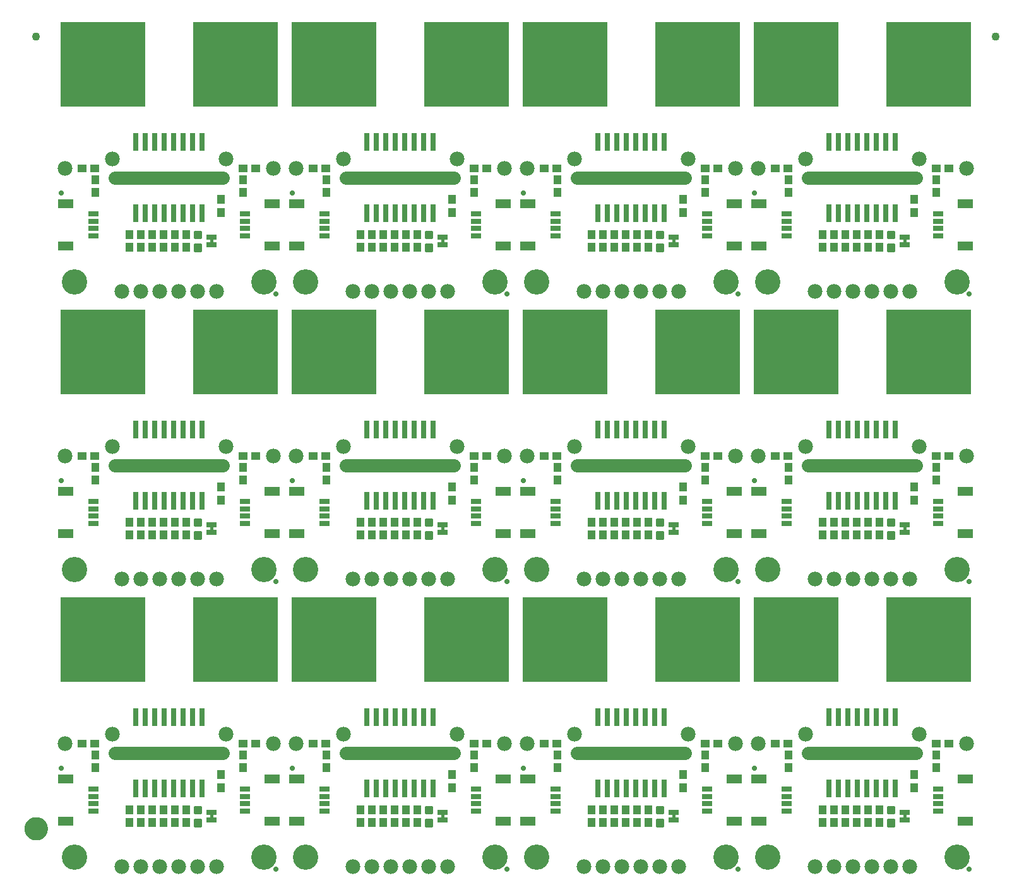
<source format=gts>
G04 EAGLE Gerber RS-274X export*
G75*
%MOMM*%
%FSLAX34Y34*%
%LPD*%
%INSoldermask Top*%
%IPPOS*%
%AMOC8*
5,1,8,0,0,1.08239X$1,22.5*%
G01*
%ADD10C,3.402000*%
%ADD11C,0.735000*%
%ADD12R,2.100000X1.300000*%
%ADD13R,1.450000X0.700000*%
%ADD14R,1.100000X1.200000*%
%ADD15C,0.396000*%
%ADD16R,1.370000X0.760400*%
%ADD17C,1.979600*%
%ADD18R,0.750000X2.350000*%
%ADD19C,10.260000*%
%ADD20C,1.778000*%
%ADD21R,11.430000X11.430000*%
%ADD22R,1.200000X1.100000*%
%ADD23C,1.100000*%
%ADD24C,1.270000*%
%ADD25C,1.600000*%

G36*
X1140525Y849642D02*
X1140525Y849642D01*
X1140591Y849644D01*
X1140634Y849662D01*
X1140681Y849670D01*
X1140738Y849704D01*
X1140798Y849729D01*
X1140833Y849760D01*
X1140874Y849785D01*
X1140916Y849836D01*
X1140964Y849880D01*
X1140986Y849922D01*
X1141015Y849959D01*
X1141036Y850021D01*
X1141067Y850080D01*
X1141075Y850134D01*
X1141087Y850171D01*
X1141086Y850211D01*
X1141094Y850265D01*
X1141094Y854075D01*
X1141083Y854140D01*
X1141081Y854206D01*
X1141063Y854249D01*
X1141055Y854296D01*
X1141021Y854353D01*
X1140996Y854413D01*
X1140965Y854448D01*
X1140940Y854489D01*
X1140889Y854531D01*
X1140845Y854579D01*
X1140803Y854601D01*
X1140766Y854630D01*
X1140704Y854651D01*
X1140645Y854682D01*
X1140591Y854690D01*
X1140554Y854702D01*
X1140514Y854701D01*
X1140460Y854709D01*
X1137920Y854709D01*
X1137855Y854698D01*
X1137789Y854696D01*
X1137746Y854678D01*
X1137699Y854670D01*
X1137642Y854636D01*
X1137582Y854611D01*
X1137547Y854580D01*
X1137506Y854555D01*
X1137465Y854504D01*
X1137416Y854460D01*
X1137394Y854418D01*
X1137365Y854381D01*
X1137344Y854319D01*
X1137313Y854260D01*
X1137305Y854206D01*
X1137293Y854169D01*
X1137293Y854165D01*
X1137293Y854164D01*
X1137294Y854129D01*
X1137286Y854075D01*
X1137286Y850265D01*
X1137297Y850200D01*
X1137299Y850134D01*
X1137317Y850091D01*
X1137325Y850044D01*
X1137359Y849987D01*
X1137384Y849927D01*
X1137415Y849892D01*
X1137440Y849851D01*
X1137491Y849810D01*
X1137535Y849761D01*
X1137577Y849739D01*
X1137614Y849710D01*
X1137676Y849689D01*
X1137735Y849658D01*
X1137789Y849650D01*
X1137826Y849638D01*
X1137866Y849639D01*
X1137920Y849631D01*
X1140460Y849631D01*
X1140525Y849642D01*
G37*
G36*
X830645Y849642D02*
X830645Y849642D01*
X830711Y849644D01*
X830754Y849662D01*
X830801Y849670D01*
X830858Y849704D01*
X830918Y849729D01*
X830953Y849760D01*
X830994Y849785D01*
X831036Y849836D01*
X831084Y849880D01*
X831106Y849922D01*
X831135Y849959D01*
X831156Y850021D01*
X831187Y850080D01*
X831195Y850134D01*
X831207Y850171D01*
X831206Y850211D01*
X831214Y850265D01*
X831214Y854075D01*
X831203Y854140D01*
X831201Y854206D01*
X831183Y854249D01*
X831175Y854296D01*
X831141Y854353D01*
X831116Y854413D01*
X831085Y854448D01*
X831060Y854489D01*
X831009Y854531D01*
X830965Y854579D01*
X830923Y854601D01*
X830886Y854630D01*
X830824Y854651D01*
X830765Y854682D01*
X830711Y854690D01*
X830674Y854702D01*
X830634Y854701D01*
X830580Y854709D01*
X828040Y854709D01*
X827975Y854698D01*
X827909Y854696D01*
X827866Y854678D01*
X827819Y854670D01*
X827762Y854636D01*
X827702Y854611D01*
X827667Y854580D01*
X827626Y854555D01*
X827585Y854504D01*
X827536Y854460D01*
X827514Y854418D01*
X827485Y854381D01*
X827464Y854319D01*
X827433Y854260D01*
X827425Y854206D01*
X827413Y854169D01*
X827413Y854165D01*
X827413Y854164D01*
X827414Y854129D01*
X827406Y854075D01*
X827406Y850265D01*
X827417Y850200D01*
X827419Y850134D01*
X827437Y850091D01*
X827445Y850044D01*
X827479Y849987D01*
X827504Y849927D01*
X827535Y849892D01*
X827560Y849851D01*
X827611Y849810D01*
X827655Y849761D01*
X827697Y849739D01*
X827734Y849710D01*
X827796Y849689D01*
X827855Y849658D01*
X827909Y849650D01*
X827946Y849638D01*
X827986Y849639D01*
X828040Y849631D01*
X830580Y849631D01*
X830645Y849642D01*
G37*
G36*
X520765Y849642D02*
X520765Y849642D01*
X520831Y849644D01*
X520874Y849662D01*
X520921Y849670D01*
X520978Y849704D01*
X521038Y849729D01*
X521073Y849760D01*
X521114Y849785D01*
X521156Y849836D01*
X521204Y849880D01*
X521226Y849922D01*
X521255Y849959D01*
X521276Y850021D01*
X521307Y850080D01*
X521315Y850134D01*
X521327Y850171D01*
X521326Y850211D01*
X521334Y850265D01*
X521334Y854075D01*
X521323Y854140D01*
X521321Y854206D01*
X521303Y854249D01*
X521295Y854296D01*
X521261Y854353D01*
X521236Y854413D01*
X521205Y854448D01*
X521180Y854489D01*
X521129Y854531D01*
X521085Y854579D01*
X521043Y854601D01*
X521006Y854630D01*
X520944Y854651D01*
X520885Y854682D01*
X520831Y854690D01*
X520794Y854702D01*
X520754Y854701D01*
X520700Y854709D01*
X518160Y854709D01*
X518095Y854698D01*
X518029Y854696D01*
X517986Y854678D01*
X517939Y854670D01*
X517882Y854636D01*
X517822Y854611D01*
X517787Y854580D01*
X517746Y854555D01*
X517705Y854504D01*
X517656Y854460D01*
X517634Y854418D01*
X517605Y854381D01*
X517584Y854319D01*
X517553Y854260D01*
X517545Y854206D01*
X517533Y854169D01*
X517533Y854165D01*
X517533Y854164D01*
X517534Y854129D01*
X517526Y854075D01*
X517526Y850265D01*
X517537Y850200D01*
X517539Y850134D01*
X517557Y850091D01*
X517565Y850044D01*
X517599Y849987D01*
X517624Y849927D01*
X517655Y849892D01*
X517680Y849851D01*
X517731Y849810D01*
X517775Y849761D01*
X517817Y849739D01*
X517854Y849710D01*
X517916Y849689D01*
X517975Y849658D01*
X518029Y849650D01*
X518066Y849638D01*
X518106Y849639D01*
X518160Y849631D01*
X520700Y849631D01*
X520765Y849642D01*
G37*
G36*
X210885Y849642D02*
X210885Y849642D01*
X210951Y849644D01*
X210994Y849662D01*
X211041Y849670D01*
X211098Y849704D01*
X211158Y849729D01*
X211193Y849760D01*
X211234Y849785D01*
X211276Y849836D01*
X211324Y849880D01*
X211346Y849922D01*
X211375Y849959D01*
X211396Y850021D01*
X211427Y850080D01*
X211435Y850134D01*
X211447Y850171D01*
X211446Y850211D01*
X211454Y850265D01*
X211454Y854075D01*
X211443Y854140D01*
X211441Y854206D01*
X211423Y854249D01*
X211415Y854296D01*
X211381Y854353D01*
X211356Y854413D01*
X211325Y854448D01*
X211300Y854489D01*
X211249Y854531D01*
X211205Y854579D01*
X211163Y854601D01*
X211126Y854630D01*
X211064Y854651D01*
X211005Y854682D01*
X210951Y854690D01*
X210914Y854702D01*
X210874Y854701D01*
X210820Y854709D01*
X208280Y854709D01*
X208215Y854698D01*
X208149Y854696D01*
X208106Y854678D01*
X208059Y854670D01*
X208002Y854636D01*
X207942Y854611D01*
X207907Y854580D01*
X207866Y854555D01*
X207825Y854504D01*
X207776Y854460D01*
X207754Y854418D01*
X207725Y854381D01*
X207704Y854319D01*
X207673Y854260D01*
X207665Y854206D01*
X207653Y854169D01*
X207653Y854165D01*
X207653Y854164D01*
X207654Y854129D01*
X207646Y854075D01*
X207646Y850265D01*
X207657Y850200D01*
X207659Y850134D01*
X207677Y850091D01*
X207685Y850044D01*
X207719Y849987D01*
X207744Y849927D01*
X207775Y849892D01*
X207800Y849851D01*
X207851Y849810D01*
X207895Y849761D01*
X207937Y849739D01*
X207974Y849710D01*
X208036Y849689D01*
X208095Y849658D01*
X208149Y849650D01*
X208186Y849638D01*
X208226Y849639D01*
X208280Y849631D01*
X210820Y849631D01*
X210885Y849642D01*
G37*
G36*
X1140525Y463562D02*
X1140525Y463562D01*
X1140591Y463564D01*
X1140634Y463582D01*
X1140681Y463590D01*
X1140738Y463624D01*
X1140798Y463649D01*
X1140833Y463680D01*
X1140874Y463705D01*
X1140916Y463756D01*
X1140964Y463800D01*
X1140986Y463842D01*
X1141015Y463879D01*
X1141036Y463941D01*
X1141067Y464000D01*
X1141075Y464054D01*
X1141087Y464091D01*
X1141086Y464131D01*
X1141094Y464185D01*
X1141094Y467995D01*
X1141083Y468060D01*
X1141081Y468126D01*
X1141063Y468169D01*
X1141055Y468216D01*
X1141021Y468273D01*
X1140996Y468333D01*
X1140965Y468368D01*
X1140940Y468409D01*
X1140889Y468451D01*
X1140845Y468499D01*
X1140803Y468521D01*
X1140766Y468550D01*
X1140704Y468571D01*
X1140645Y468602D01*
X1140591Y468610D01*
X1140554Y468622D01*
X1140514Y468621D01*
X1140460Y468629D01*
X1137920Y468629D01*
X1137855Y468618D01*
X1137789Y468616D01*
X1137746Y468598D01*
X1137699Y468590D01*
X1137642Y468556D01*
X1137582Y468531D01*
X1137547Y468500D01*
X1137506Y468475D01*
X1137465Y468424D01*
X1137416Y468380D01*
X1137394Y468338D01*
X1137365Y468301D01*
X1137344Y468239D01*
X1137313Y468180D01*
X1137305Y468126D01*
X1137293Y468089D01*
X1137293Y468085D01*
X1137293Y468084D01*
X1137294Y468049D01*
X1137286Y467995D01*
X1137286Y464185D01*
X1137297Y464120D01*
X1137299Y464054D01*
X1137317Y464011D01*
X1137325Y463964D01*
X1137359Y463907D01*
X1137384Y463847D01*
X1137415Y463812D01*
X1137440Y463771D01*
X1137491Y463730D01*
X1137535Y463681D01*
X1137577Y463659D01*
X1137614Y463630D01*
X1137676Y463609D01*
X1137735Y463578D01*
X1137789Y463570D01*
X1137826Y463558D01*
X1137866Y463559D01*
X1137920Y463551D01*
X1140460Y463551D01*
X1140525Y463562D01*
G37*
G36*
X830645Y463562D02*
X830645Y463562D01*
X830711Y463564D01*
X830754Y463582D01*
X830801Y463590D01*
X830858Y463624D01*
X830918Y463649D01*
X830953Y463680D01*
X830994Y463705D01*
X831036Y463756D01*
X831084Y463800D01*
X831106Y463842D01*
X831135Y463879D01*
X831156Y463941D01*
X831187Y464000D01*
X831195Y464054D01*
X831207Y464091D01*
X831206Y464131D01*
X831214Y464185D01*
X831214Y467995D01*
X831203Y468060D01*
X831201Y468126D01*
X831183Y468169D01*
X831175Y468216D01*
X831141Y468273D01*
X831116Y468333D01*
X831085Y468368D01*
X831060Y468409D01*
X831009Y468451D01*
X830965Y468499D01*
X830923Y468521D01*
X830886Y468550D01*
X830824Y468571D01*
X830765Y468602D01*
X830711Y468610D01*
X830674Y468622D01*
X830634Y468621D01*
X830580Y468629D01*
X828040Y468629D01*
X827975Y468618D01*
X827909Y468616D01*
X827866Y468598D01*
X827819Y468590D01*
X827762Y468556D01*
X827702Y468531D01*
X827667Y468500D01*
X827626Y468475D01*
X827585Y468424D01*
X827536Y468380D01*
X827514Y468338D01*
X827485Y468301D01*
X827464Y468239D01*
X827433Y468180D01*
X827425Y468126D01*
X827413Y468089D01*
X827413Y468085D01*
X827413Y468084D01*
X827414Y468049D01*
X827406Y467995D01*
X827406Y464185D01*
X827417Y464120D01*
X827419Y464054D01*
X827437Y464011D01*
X827445Y463964D01*
X827479Y463907D01*
X827504Y463847D01*
X827535Y463812D01*
X827560Y463771D01*
X827611Y463730D01*
X827655Y463681D01*
X827697Y463659D01*
X827734Y463630D01*
X827796Y463609D01*
X827855Y463578D01*
X827909Y463570D01*
X827946Y463558D01*
X827986Y463559D01*
X828040Y463551D01*
X830580Y463551D01*
X830645Y463562D01*
G37*
G36*
X210885Y463562D02*
X210885Y463562D01*
X210951Y463564D01*
X210994Y463582D01*
X211041Y463590D01*
X211098Y463624D01*
X211158Y463649D01*
X211193Y463680D01*
X211234Y463705D01*
X211276Y463756D01*
X211324Y463800D01*
X211346Y463842D01*
X211375Y463879D01*
X211396Y463941D01*
X211427Y464000D01*
X211435Y464054D01*
X211447Y464091D01*
X211446Y464131D01*
X211454Y464185D01*
X211454Y467995D01*
X211443Y468060D01*
X211441Y468126D01*
X211423Y468169D01*
X211415Y468216D01*
X211381Y468273D01*
X211356Y468333D01*
X211325Y468368D01*
X211300Y468409D01*
X211249Y468451D01*
X211205Y468499D01*
X211163Y468521D01*
X211126Y468550D01*
X211064Y468571D01*
X211005Y468602D01*
X210951Y468610D01*
X210914Y468622D01*
X210874Y468621D01*
X210820Y468629D01*
X208280Y468629D01*
X208215Y468618D01*
X208149Y468616D01*
X208106Y468598D01*
X208059Y468590D01*
X208002Y468556D01*
X207942Y468531D01*
X207907Y468500D01*
X207866Y468475D01*
X207825Y468424D01*
X207776Y468380D01*
X207754Y468338D01*
X207725Y468301D01*
X207704Y468239D01*
X207673Y468180D01*
X207665Y468126D01*
X207653Y468089D01*
X207653Y468085D01*
X207653Y468084D01*
X207654Y468049D01*
X207646Y467995D01*
X207646Y464185D01*
X207657Y464120D01*
X207659Y464054D01*
X207677Y464011D01*
X207685Y463964D01*
X207719Y463907D01*
X207744Y463847D01*
X207775Y463812D01*
X207800Y463771D01*
X207851Y463730D01*
X207895Y463681D01*
X207937Y463659D01*
X207974Y463630D01*
X208036Y463609D01*
X208095Y463578D01*
X208149Y463570D01*
X208186Y463558D01*
X208226Y463559D01*
X208280Y463551D01*
X210820Y463551D01*
X210885Y463562D01*
G37*
G36*
X520765Y463562D02*
X520765Y463562D01*
X520831Y463564D01*
X520874Y463582D01*
X520921Y463590D01*
X520978Y463624D01*
X521038Y463649D01*
X521073Y463680D01*
X521114Y463705D01*
X521156Y463756D01*
X521204Y463800D01*
X521226Y463842D01*
X521255Y463879D01*
X521276Y463941D01*
X521307Y464000D01*
X521315Y464054D01*
X521327Y464091D01*
X521326Y464131D01*
X521334Y464185D01*
X521334Y467995D01*
X521323Y468060D01*
X521321Y468126D01*
X521303Y468169D01*
X521295Y468216D01*
X521261Y468273D01*
X521236Y468333D01*
X521205Y468368D01*
X521180Y468409D01*
X521129Y468451D01*
X521085Y468499D01*
X521043Y468521D01*
X521006Y468550D01*
X520944Y468571D01*
X520885Y468602D01*
X520831Y468610D01*
X520794Y468622D01*
X520754Y468621D01*
X520700Y468629D01*
X518160Y468629D01*
X518095Y468618D01*
X518029Y468616D01*
X517986Y468598D01*
X517939Y468590D01*
X517882Y468556D01*
X517822Y468531D01*
X517787Y468500D01*
X517746Y468475D01*
X517705Y468424D01*
X517656Y468380D01*
X517634Y468338D01*
X517605Y468301D01*
X517584Y468239D01*
X517553Y468180D01*
X517545Y468126D01*
X517533Y468089D01*
X517533Y468085D01*
X517533Y468084D01*
X517534Y468049D01*
X517526Y467995D01*
X517526Y464185D01*
X517537Y464120D01*
X517539Y464054D01*
X517557Y464011D01*
X517565Y463964D01*
X517599Y463907D01*
X517624Y463847D01*
X517655Y463812D01*
X517680Y463771D01*
X517731Y463730D01*
X517775Y463681D01*
X517817Y463659D01*
X517854Y463630D01*
X517916Y463609D01*
X517975Y463578D01*
X518029Y463570D01*
X518066Y463558D01*
X518106Y463559D01*
X518160Y463551D01*
X520700Y463551D01*
X520765Y463562D01*
G37*
G36*
X1140525Y77482D02*
X1140525Y77482D01*
X1140591Y77484D01*
X1140634Y77502D01*
X1140681Y77510D01*
X1140738Y77544D01*
X1140798Y77569D01*
X1140833Y77600D01*
X1140874Y77625D01*
X1140916Y77676D01*
X1140964Y77720D01*
X1140986Y77762D01*
X1141015Y77799D01*
X1141036Y77861D01*
X1141067Y77920D01*
X1141075Y77974D01*
X1141087Y78011D01*
X1141086Y78051D01*
X1141094Y78105D01*
X1141094Y81915D01*
X1141083Y81980D01*
X1141081Y82046D01*
X1141063Y82089D01*
X1141055Y82136D01*
X1141021Y82193D01*
X1140996Y82253D01*
X1140965Y82288D01*
X1140940Y82329D01*
X1140889Y82371D01*
X1140845Y82419D01*
X1140803Y82441D01*
X1140766Y82470D01*
X1140704Y82491D01*
X1140645Y82522D01*
X1140591Y82530D01*
X1140554Y82542D01*
X1140514Y82541D01*
X1140460Y82549D01*
X1137920Y82549D01*
X1137855Y82538D01*
X1137789Y82536D01*
X1137746Y82518D01*
X1137699Y82510D01*
X1137642Y82476D01*
X1137582Y82451D01*
X1137547Y82420D01*
X1137506Y82395D01*
X1137465Y82344D01*
X1137416Y82300D01*
X1137394Y82258D01*
X1137365Y82221D01*
X1137344Y82159D01*
X1137313Y82100D01*
X1137305Y82046D01*
X1137293Y82009D01*
X1137293Y82005D01*
X1137293Y82004D01*
X1137294Y81969D01*
X1137286Y81915D01*
X1137286Y78105D01*
X1137297Y78040D01*
X1137299Y77974D01*
X1137317Y77931D01*
X1137325Y77884D01*
X1137359Y77827D01*
X1137384Y77767D01*
X1137415Y77732D01*
X1137440Y77691D01*
X1137491Y77650D01*
X1137535Y77601D01*
X1137577Y77579D01*
X1137614Y77550D01*
X1137676Y77529D01*
X1137735Y77498D01*
X1137789Y77490D01*
X1137826Y77478D01*
X1137866Y77479D01*
X1137920Y77471D01*
X1140460Y77471D01*
X1140525Y77482D01*
G37*
G36*
X830645Y77482D02*
X830645Y77482D01*
X830711Y77484D01*
X830754Y77502D01*
X830801Y77510D01*
X830858Y77544D01*
X830918Y77569D01*
X830953Y77600D01*
X830994Y77625D01*
X831036Y77676D01*
X831084Y77720D01*
X831106Y77762D01*
X831135Y77799D01*
X831156Y77861D01*
X831187Y77920D01*
X831195Y77974D01*
X831207Y78011D01*
X831206Y78051D01*
X831214Y78105D01*
X831214Y81915D01*
X831203Y81980D01*
X831201Y82046D01*
X831183Y82089D01*
X831175Y82136D01*
X831141Y82193D01*
X831116Y82253D01*
X831085Y82288D01*
X831060Y82329D01*
X831009Y82371D01*
X830965Y82419D01*
X830923Y82441D01*
X830886Y82470D01*
X830824Y82491D01*
X830765Y82522D01*
X830711Y82530D01*
X830674Y82542D01*
X830634Y82541D01*
X830580Y82549D01*
X828040Y82549D01*
X827975Y82538D01*
X827909Y82536D01*
X827866Y82518D01*
X827819Y82510D01*
X827762Y82476D01*
X827702Y82451D01*
X827667Y82420D01*
X827626Y82395D01*
X827585Y82344D01*
X827536Y82300D01*
X827514Y82258D01*
X827485Y82221D01*
X827464Y82159D01*
X827433Y82100D01*
X827425Y82046D01*
X827413Y82009D01*
X827413Y82005D01*
X827413Y82004D01*
X827414Y81969D01*
X827406Y81915D01*
X827406Y78105D01*
X827417Y78040D01*
X827419Y77974D01*
X827437Y77931D01*
X827445Y77884D01*
X827479Y77827D01*
X827504Y77767D01*
X827535Y77732D01*
X827560Y77691D01*
X827611Y77650D01*
X827655Y77601D01*
X827697Y77579D01*
X827734Y77550D01*
X827796Y77529D01*
X827855Y77498D01*
X827909Y77490D01*
X827946Y77478D01*
X827986Y77479D01*
X828040Y77471D01*
X830580Y77471D01*
X830645Y77482D01*
G37*
G36*
X520765Y77482D02*
X520765Y77482D01*
X520831Y77484D01*
X520874Y77502D01*
X520921Y77510D01*
X520978Y77544D01*
X521038Y77569D01*
X521073Y77600D01*
X521114Y77625D01*
X521156Y77676D01*
X521204Y77720D01*
X521226Y77762D01*
X521255Y77799D01*
X521276Y77861D01*
X521307Y77920D01*
X521315Y77974D01*
X521327Y78011D01*
X521326Y78051D01*
X521334Y78105D01*
X521334Y81915D01*
X521323Y81980D01*
X521321Y82046D01*
X521303Y82089D01*
X521295Y82136D01*
X521261Y82193D01*
X521236Y82253D01*
X521205Y82288D01*
X521180Y82329D01*
X521129Y82371D01*
X521085Y82419D01*
X521043Y82441D01*
X521006Y82470D01*
X520944Y82491D01*
X520885Y82522D01*
X520831Y82530D01*
X520794Y82542D01*
X520754Y82541D01*
X520700Y82549D01*
X518160Y82549D01*
X518095Y82538D01*
X518029Y82536D01*
X517986Y82518D01*
X517939Y82510D01*
X517882Y82476D01*
X517822Y82451D01*
X517787Y82420D01*
X517746Y82395D01*
X517705Y82344D01*
X517656Y82300D01*
X517634Y82258D01*
X517605Y82221D01*
X517584Y82159D01*
X517553Y82100D01*
X517545Y82046D01*
X517533Y82009D01*
X517533Y82005D01*
X517533Y82004D01*
X517534Y81969D01*
X517526Y81915D01*
X517526Y78105D01*
X517537Y78040D01*
X517539Y77974D01*
X517557Y77931D01*
X517565Y77884D01*
X517599Y77827D01*
X517624Y77767D01*
X517655Y77732D01*
X517680Y77691D01*
X517731Y77650D01*
X517775Y77601D01*
X517817Y77579D01*
X517854Y77550D01*
X517916Y77529D01*
X517975Y77498D01*
X518029Y77490D01*
X518066Y77478D01*
X518106Y77479D01*
X518160Y77471D01*
X520700Y77471D01*
X520765Y77482D01*
G37*
G36*
X210885Y77482D02*
X210885Y77482D01*
X210951Y77484D01*
X210994Y77502D01*
X211041Y77510D01*
X211098Y77544D01*
X211158Y77569D01*
X211193Y77600D01*
X211234Y77625D01*
X211276Y77676D01*
X211324Y77720D01*
X211346Y77762D01*
X211375Y77799D01*
X211396Y77861D01*
X211427Y77920D01*
X211435Y77974D01*
X211447Y78011D01*
X211446Y78051D01*
X211454Y78105D01*
X211454Y81915D01*
X211443Y81980D01*
X211441Y82046D01*
X211423Y82089D01*
X211415Y82136D01*
X211381Y82193D01*
X211356Y82253D01*
X211325Y82288D01*
X211300Y82329D01*
X211249Y82371D01*
X211205Y82419D01*
X211163Y82441D01*
X211126Y82470D01*
X211064Y82491D01*
X211005Y82522D01*
X210951Y82530D01*
X210914Y82542D01*
X210874Y82541D01*
X210820Y82549D01*
X208280Y82549D01*
X208215Y82538D01*
X208149Y82536D01*
X208106Y82518D01*
X208059Y82510D01*
X208002Y82476D01*
X207942Y82451D01*
X207907Y82420D01*
X207866Y82395D01*
X207825Y82344D01*
X207776Y82300D01*
X207754Y82258D01*
X207725Y82221D01*
X207704Y82159D01*
X207673Y82100D01*
X207665Y82046D01*
X207653Y82009D01*
X207653Y82005D01*
X207653Y82004D01*
X207654Y81969D01*
X207646Y81915D01*
X207646Y78105D01*
X207657Y78040D01*
X207659Y77974D01*
X207677Y77931D01*
X207685Y77884D01*
X207719Y77827D01*
X207744Y77767D01*
X207775Y77732D01*
X207800Y77691D01*
X207851Y77650D01*
X207895Y77601D01*
X207937Y77579D01*
X207974Y77550D01*
X208036Y77529D01*
X208095Y77498D01*
X208149Y77490D01*
X208186Y77478D01*
X208226Y77479D01*
X208280Y77471D01*
X210820Y77471D01*
X210885Y77482D01*
G37*
D10*
X25400Y25400D03*
X279400Y25400D03*
D11*
X295910Y8890D03*
X7620Y144780D03*
D12*
X14050Y129600D03*
X14050Y73600D03*
D13*
X50800Y116600D03*
X50800Y106600D03*
X50800Y96600D03*
X50800Y86600D03*
D12*
X290750Y73600D03*
X290750Y129600D03*
D13*
X254000Y86600D03*
X254000Y96600D03*
X254000Y106600D03*
X254000Y116600D03*
D14*
X175260Y71510D03*
X175260Y88510D03*
D15*
X186980Y85260D02*
X194020Y85260D01*
X186980Y85260D02*
X186980Y92300D01*
X194020Y92300D01*
X194020Y85260D01*
X194020Y89022D02*
X186980Y89022D01*
X186980Y67720D02*
X194020Y67720D01*
X186980Y67720D02*
X186980Y74760D01*
X194020Y74760D01*
X194020Y67720D01*
X194020Y71482D02*
X186980Y71482D01*
D14*
X144780Y88510D03*
X144780Y71510D03*
X129540Y88510D03*
X129540Y71510D03*
D16*
X209550Y74803D03*
X209550Y85217D03*
D17*
X139700Y12700D03*
X165100Y12700D03*
X190500Y12700D03*
X215900Y12700D03*
D14*
X160020Y88510D03*
X160020Y71510D03*
D17*
X114300Y12700D03*
X88900Y12700D03*
D18*
X196850Y212600D03*
X184150Y212600D03*
X171450Y212600D03*
X158750Y212600D03*
X146050Y212600D03*
X133350Y212600D03*
X120650Y212600D03*
X107950Y212600D03*
X107950Y117600D03*
X120650Y117600D03*
X133350Y117600D03*
X146050Y117600D03*
X158750Y117600D03*
X171450Y117600D03*
X184150Y117600D03*
X196850Y117600D03*
D19*
X241300Y317500D03*
X63500Y317500D03*
D20*
X80000Y165100D02*
X224800Y165100D01*
D21*
X241300Y317500D03*
X63500Y317500D03*
D17*
X228600Y190500D03*
X76200Y190500D03*
D14*
X114300Y71510D03*
X114300Y88510D03*
X99060Y71510D03*
X99060Y88510D03*
D17*
X292100Y177800D03*
X12700Y177800D03*
D22*
X268850Y177800D03*
X251850Y177800D03*
D14*
X251460Y162170D03*
X251460Y145170D03*
D22*
X35950Y177800D03*
X52950Y177800D03*
D14*
X53340Y162170D03*
X53340Y145170D03*
X222250Y135500D03*
X222250Y118500D03*
D10*
X335280Y25400D03*
X589280Y25400D03*
D11*
X605790Y8890D03*
X317500Y144780D03*
D12*
X323930Y129600D03*
X323930Y73600D03*
D13*
X360680Y116600D03*
X360680Y106600D03*
X360680Y96600D03*
X360680Y86600D03*
D12*
X600630Y73600D03*
X600630Y129600D03*
D13*
X563880Y86600D03*
X563880Y96600D03*
X563880Y106600D03*
X563880Y116600D03*
D14*
X485140Y71510D03*
X485140Y88510D03*
D15*
X496860Y85260D02*
X503900Y85260D01*
X496860Y85260D02*
X496860Y92300D01*
X503900Y92300D01*
X503900Y85260D01*
X503900Y89022D02*
X496860Y89022D01*
X496860Y67720D02*
X503900Y67720D01*
X496860Y67720D02*
X496860Y74760D01*
X503900Y74760D01*
X503900Y67720D01*
X503900Y71482D02*
X496860Y71482D01*
D14*
X454660Y88510D03*
X454660Y71510D03*
X439420Y88510D03*
X439420Y71510D03*
D16*
X519430Y74803D03*
X519430Y85217D03*
D17*
X449580Y12700D03*
X474980Y12700D03*
X500380Y12700D03*
X525780Y12700D03*
D14*
X469900Y88510D03*
X469900Y71510D03*
D17*
X424180Y12700D03*
X398780Y12700D03*
D18*
X506730Y212600D03*
X494030Y212600D03*
X481330Y212600D03*
X468630Y212600D03*
X455930Y212600D03*
X443230Y212600D03*
X430530Y212600D03*
X417830Y212600D03*
X417830Y117600D03*
X430530Y117600D03*
X443230Y117600D03*
X455930Y117600D03*
X468630Y117600D03*
X481330Y117600D03*
X494030Y117600D03*
X506730Y117600D03*
D19*
X551180Y317500D03*
X373380Y317500D03*
D20*
X389880Y165100D02*
X534680Y165100D01*
D21*
X551180Y317500D03*
X373380Y317500D03*
D17*
X538480Y190500D03*
X386080Y190500D03*
D14*
X424180Y71510D03*
X424180Y88510D03*
X408940Y71510D03*
X408940Y88510D03*
D17*
X601980Y177800D03*
X322580Y177800D03*
D22*
X578730Y177800D03*
X561730Y177800D03*
D14*
X561340Y162170D03*
X561340Y145170D03*
D22*
X345830Y177800D03*
X362830Y177800D03*
D14*
X363220Y162170D03*
X363220Y145170D03*
X532130Y135500D03*
X532130Y118500D03*
D10*
X645160Y25400D03*
X899160Y25400D03*
D11*
X915670Y8890D03*
X627380Y144780D03*
D12*
X633810Y129600D03*
X633810Y73600D03*
D13*
X670560Y116600D03*
X670560Y106600D03*
X670560Y96600D03*
X670560Y86600D03*
D12*
X910510Y73600D03*
X910510Y129600D03*
D13*
X873760Y86600D03*
X873760Y96600D03*
X873760Y106600D03*
X873760Y116600D03*
D14*
X795020Y71510D03*
X795020Y88510D03*
D15*
X806740Y85260D02*
X813780Y85260D01*
X806740Y85260D02*
X806740Y92300D01*
X813780Y92300D01*
X813780Y85260D01*
X813780Y89022D02*
X806740Y89022D01*
X806740Y67720D02*
X813780Y67720D01*
X806740Y67720D02*
X806740Y74760D01*
X813780Y74760D01*
X813780Y67720D01*
X813780Y71482D02*
X806740Y71482D01*
D14*
X764540Y88510D03*
X764540Y71510D03*
X749300Y88510D03*
X749300Y71510D03*
D16*
X829310Y74803D03*
X829310Y85217D03*
D17*
X759460Y12700D03*
X784860Y12700D03*
X810260Y12700D03*
X835660Y12700D03*
D14*
X779780Y88510D03*
X779780Y71510D03*
D17*
X734060Y12700D03*
X708660Y12700D03*
D18*
X816610Y212600D03*
X803910Y212600D03*
X791210Y212600D03*
X778510Y212600D03*
X765810Y212600D03*
X753110Y212600D03*
X740410Y212600D03*
X727710Y212600D03*
X727710Y117600D03*
X740410Y117600D03*
X753110Y117600D03*
X765810Y117600D03*
X778510Y117600D03*
X791210Y117600D03*
X803910Y117600D03*
X816610Y117600D03*
D19*
X861060Y317500D03*
X683260Y317500D03*
D20*
X699760Y165100D02*
X844560Y165100D01*
D21*
X861060Y317500D03*
X683260Y317500D03*
D17*
X848360Y190500D03*
X695960Y190500D03*
D14*
X734060Y71510D03*
X734060Y88510D03*
X718820Y71510D03*
X718820Y88510D03*
D17*
X911860Y177800D03*
X632460Y177800D03*
D22*
X888610Y177800D03*
X871610Y177800D03*
D14*
X871220Y162170D03*
X871220Y145170D03*
D22*
X655710Y177800D03*
X672710Y177800D03*
D14*
X673100Y162170D03*
X673100Y145170D03*
X842010Y135500D03*
X842010Y118500D03*
D10*
X955040Y25400D03*
X1209040Y25400D03*
D11*
X1225550Y8890D03*
X937260Y144780D03*
D12*
X943690Y129600D03*
X943690Y73600D03*
D13*
X980440Y116600D03*
X980440Y106600D03*
X980440Y96600D03*
X980440Y86600D03*
D12*
X1220390Y73600D03*
X1220390Y129600D03*
D13*
X1183640Y86600D03*
X1183640Y96600D03*
X1183640Y106600D03*
X1183640Y116600D03*
D14*
X1104900Y71510D03*
X1104900Y88510D03*
D15*
X1116620Y85260D02*
X1123660Y85260D01*
X1116620Y85260D02*
X1116620Y92300D01*
X1123660Y92300D01*
X1123660Y85260D01*
X1123660Y89022D02*
X1116620Y89022D01*
X1116620Y67720D02*
X1123660Y67720D01*
X1116620Y67720D02*
X1116620Y74760D01*
X1123660Y74760D01*
X1123660Y67720D01*
X1123660Y71482D02*
X1116620Y71482D01*
D14*
X1074420Y88510D03*
X1074420Y71510D03*
X1059180Y88510D03*
X1059180Y71510D03*
D16*
X1139190Y74803D03*
X1139190Y85217D03*
D17*
X1069340Y12700D03*
X1094740Y12700D03*
X1120140Y12700D03*
X1145540Y12700D03*
D14*
X1089660Y88510D03*
X1089660Y71510D03*
D17*
X1043940Y12700D03*
X1018540Y12700D03*
D18*
X1126490Y212600D03*
X1113790Y212600D03*
X1101090Y212600D03*
X1088390Y212600D03*
X1075690Y212600D03*
X1062990Y212600D03*
X1050290Y212600D03*
X1037590Y212600D03*
X1037590Y117600D03*
X1050290Y117600D03*
X1062990Y117600D03*
X1075690Y117600D03*
X1088390Y117600D03*
X1101090Y117600D03*
X1113790Y117600D03*
X1126490Y117600D03*
D19*
X1170940Y317500D03*
X993140Y317500D03*
D20*
X1009640Y165100D02*
X1154440Y165100D01*
D21*
X1170940Y317500D03*
X993140Y317500D03*
D17*
X1158240Y190500D03*
X1005840Y190500D03*
D14*
X1043940Y71510D03*
X1043940Y88510D03*
X1028700Y71510D03*
X1028700Y88510D03*
D17*
X1221740Y177800D03*
X942340Y177800D03*
D22*
X1198490Y177800D03*
X1181490Y177800D03*
D14*
X1181100Y162170D03*
X1181100Y145170D03*
D22*
X965590Y177800D03*
X982590Y177800D03*
D14*
X982980Y162170D03*
X982980Y145170D03*
X1151890Y135500D03*
X1151890Y118500D03*
D10*
X25400Y411480D03*
X279400Y411480D03*
D11*
X295910Y394970D03*
X7620Y530860D03*
D12*
X14050Y515680D03*
X14050Y459680D03*
D13*
X50800Y502680D03*
X50800Y492680D03*
X50800Y482680D03*
X50800Y472680D03*
D12*
X290750Y459680D03*
X290750Y515680D03*
D13*
X254000Y472680D03*
X254000Y482680D03*
X254000Y492680D03*
X254000Y502680D03*
D14*
X175260Y457590D03*
X175260Y474590D03*
D15*
X186980Y471340D02*
X194020Y471340D01*
X186980Y471340D02*
X186980Y478380D01*
X194020Y478380D01*
X194020Y471340D01*
X194020Y475102D02*
X186980Y475102D01*
X186980Y453800D02*
X194020Y453800D01*
X186980Y453800D02*
X186980Y460840D01*
X194020Y460840D01*
X194020Y453800D01*
X194020Y457562D02*
X186980Y457562D01*
D14*
X144780Y474590D03*
X144780Y457590D03*
X129540Y474590D03*
X129540Y457590D03*
D16*
X209550Y460883D03*
X209550Y471297D03*
D17*
X139700Y398780D03*
X165100Y398780D03*
X190500Y398780D03*
X215900Y398780D03*
D14*
X160020Y474590D03*
X160020Y457590D03*
D17*
X114300Y398780D03*
X88900Y398780D03*
D18*
X196850Y598680D03*
X184150Y598680D03*
X171450Y598680D03*
X158750Y598680D03*
X146050Y598680D03*
X133350Y598680D03*
X120650Y598680D03*
X107950Y598680D03*
X107950Y503680D03*
X120650Y503680D03*
X133350Y503680D03*
X146050Y503680D03*
X158750Y503680D03*
X171450Y503680D03*
X184150Y503680D03*
X196850Y503680D03*
D19*
X241300Y703580D03*
X63500Y703580D03*
D20*
X80000Y551180D02*
X224800Y551180D01*
D21*
X241300Y703580D03*
X63500Y703580D03*
D17*
X228600Y576580D03*
X76200Y576580D03*
D14*
X114300Y457590D03*
X114300Y474590D03*
X99060Y457590D03*
X99060Y474590D03*
D17*
X292100Y563880D03*
X12700Y563880D03*
D22*
X268850Y563880D03*
X251850Y563880D03*
D14*
X251460Y548250D03*
X251460Y531250D03*
D22*
X35950Y563880D03*
X52950Y563880D03*
D14*
X53340Y548250D03*
X53340Y531250D03*
X222250Y521580D03*
X222250Y504580D03*
D10*
X335280Y411480D03*
X589280Y411480D03*
D11*
X605790Y394970D03*
X317500Y530860D03*
D12*
X323930Y515680D03*
X323930Y459680D03*
D13*
X360680Y502680D03*
X360680Y492680D03*
X360680Y482680D03*
X360680Y472680D03*
D12*
X600630Y459680D03*
X600630Y515680D03*
D13*
X563880Y472680D03*
X563880Y482680D03*
X563880Y492680D03*
X563880Y502680D03*
D14*
X485140Y457590D03*
X485140Y474590D03*
D15*
X496860Y471340D02*
X503900Y471340D01*
X496860Y471340D02*
X496860Y478380D01*
X503900Y478380D01*
X503900Y471340D01*
X503900Y475102D02*
X496860Y475102D01*
X496860Y453800D02*
X503900Y453800D01*
X496860Y453800D02*
X496860Y460840D01*
X503900Y460840D01*
X503900Y453800D01*
X503900Y457562D02*
X496860Y457562D01*
D14*
X454660Y474590D03*
X454660Y457590D03*
X439420Y474590D03*
X439420Y457590D03*
D16*
X519430Y460883D03*
X519430Y471297D03*
D17*
X449580Y398780D03*
X474980Y398780D03*
X500380Y398780D03*
X525780Y398780D03*
D14*
X469900Y474590D03*
X469900Y457590D03*
D17*
X424180Y398780D03*
X398780Y398780D03*
D18*
X506730Y598680D03*
X494030Y598680D03*
X481330Y598680D03*
X468630Y598680D03*
X455930Y598680D03*
X443230Y598680D03*
X430530Y598680D03*
X417830Y598680D03*
X417830Y503680D03*
X430530Y503680D03*
X443230Y503680D03*
X455930Y503680D03*
X468630Y503680D03*
X481330Y503680D03*
X494030Y503680D03*
X506730Y503680D03*
D19*
X551180Y703580D03*
X373380Y703580D03*
D20*
X389880Y551180D02*
X534680Y551180D01*
D21*
X551180Y703580D03*
X373380Y703580D03*
D17*
X538480Y576580D03*
X386080Y576580D03*
D14*
X424180Y457590D03*
X424180Y474590D03*
X408940Y457590D03*
X408940Y474590D03*
D17*
X601980Y563880D03*
X322580Y563880D03*
D22*
X578730Y563880D03*
X561730Y563880D03*
D14*
X561340Y548250D03*
X561340Y531250D03*
D22*
X345830Y563880D03*
X362830Y563880D03*
D14*
X363220Y548250D03*
X363220Y531250D03*
X532130Y521580D03*
X532130Y504580D03*
D10*
X645160Y411480D03*
X899160Y411480D03*
D11*
X915670Y394970D03*
X627380Y530860D03*
D12*
X633810Y515680D03*
X633810Y459680D03*
D13*
X670560Y502680D03*
X670560Y492680D03*
X670560Y482680D03*
X670560Y472680D03*
D12*
X910510Y459680D03*
X910510Y515680D03*
D13*
X873760Y472680D03*
X873760Y482680D03*
X873760Y492680D03*
X873760Y502680D03*
D14*
X795020Y457590D03*
X795020Y474590D03*
D15*
X806740Y471340D02*
X813780Y471340D01*
X806740Y471340D02*
X806740Y478380D01*
X813780Y478380D01*
X813780Y471340D01*
X813780Y475102D02*
X806740Y475102D01*
X806740Y453800D02*
X813780Y453800D01*
X806740Y453800D02*
X806740Y460840D01*
X813780Y460840D01*
X813780Y453800D01*
X813780Y457562D02*
X806740Y457562D01*
D14*
X764540Y474590D03*
X764540Y457590D03*
X749300Y474590D03*
X749300Y457590D03*
D16*
X829310Y460883D03*
X829310Y471297D03*
D17*
X759460Y398780D03*
X784860Y398780D03*
X810260Y398780D03*
X835660Y398780D03*
D14*
X779780Y474590D03*
X779780Y457590D03*
D17*
X734060Y398780D03*
X708660Y398780D03*
D18*
X816610Y598680D03*
X803910Y598680D03*
X791210Y598680D03*
X778510Y598680D03*
X765810Y598680D03*
X753110Y598680D03*
X740410Y598680D03*
X727710Y598680D03*
X727710Y503680D03*
X740410Y503680D03*
X753110Y503680D03*
X765810Y503680D03*
X778510Y503680D03*
X791210Y503680D03*
X803910Y503680D03*
X816610Y503680D03*
D19*
X861060Y703580D03*
X683260Y703580D03*
D20*
X699760Y551180D02*
X844560Y551180D01*
D21*
X861060Y703580D03*
X683260Y703580D03*
D17*
X848360Y576580D03*
X695960Y576580D03*
D14*
X734060Y457590D03*
X734060Y474590D03*
X718820Y457590D03*
X718820Y474590D03*
D17*
X911860Y563880D03*
X632460Y563880D03*
D22*
X888610Y563880D03*
X871610Y563880D03*
D14*
X871220Y548250D03*
X871220Y531250D03*
D22*
X655710Y563880D03*
X672710Y563880D03*
D14*
X673100Y548250D03*
X673100Y531250D03*
X842010Y521580D03*
X842010Y504580D03*
D10*
X955040Y411480D03*
X1209040Y411480D03*
D11*
X1225550Y394970D03*
X937260Y530860D03*
D12*
X943690Y515680D03*
X943690Y459680D03*
D13*
X980440Y502680D03*
X980440Y492680D03*
X980440Y482680D03*
X980440Y472680D03*
D12*
X1220390Y459680D03*
X1220390Y515680D03*
D13*
X1183640Y472680D03*
X1183640Y482680D03*
X1183640Y492680D03*
X1183640Y502680D03*
D14*
X1104900Y457590D03*
X1104900Y474590D03*
D15*
X1116620Y471340D02*
X1123660Y471340D01*
X1116620Y471340D02*
X1116620Y478380D01*
X1123660Y478380D01*
X1123660Y471340D01*
X1123660Y475102D02*
X1116620Y475102D01*
X1116620Y453800D02*
X1123660Y453800D01*
X1116620Y453800D02*
X1116620Y460840D01*
X1123660Y460840D01*
X1123660Y453800D01*
X1123660Y457562D02*
X1116620Y457562D01*
D14*
X1074420Y474590D03*
X1074420Y457590D03*
X1059180Y474590D03*
X1059180Y457590D03*
D16*
X1139190Y460883D03*
X1139190Y471297D03*
D17*
X1069340Y398780D03*
X1094740Y398780D03*
X1120140Y398780D03*
X1145540Y398780D03*
D14*
X1089660Y474590D03*
X1089660Y457590D03*
D17*
X1043940Y398780D03*
X1018540Y398780D03*
D18*
X1126490Y598680D03*
X1113790Y598680D03*
X1101090Y598680D03*
X1088390Y598680D03*
X1075690Y598680D03*
X1062990Y598680D03*
X1050290Y598680D03*
X1037590Y598680D03*
X1037590Y503680D03*
X1050290Y503680D03*
X1062990Y503680D03*
X1075690Y503680D03*
X1088390Y503680D03*
X1101090Y503680D03*
X1113790Y503680D03*
X1126490Y503680D03*
D19*
X1170940Y703580D03*
X993140Y703580D03*
D20*
X1009640Y551180D02*
X1154440Y551180D01*
D21*
X1170940Y703580D03*
X993140Y703580D03*
D17*
X1158240Y576580D03*
X1005840Y576580D03*
D14*
X1043940Y457590D03*
X1043940Y474590D03*
X1028700Y457590D03*
X1028700Y474590D03*
D17*
X1221740Y563880D03*
X942340Y563880D03*
D22*
X1198490Y563880D03*
X1181490Y563880D03*
D14*
X1181100Y548250D03*
X1181100Y531250D03*
D22*
X965590Y563880D03*
X982590Y563880D03*
D14*
X982980Y548250D03*
X982980Y531250D03*
X1151890Y521580D03*
X1151890Y504580D03*
D10*
X25400Y797560D03*
X279400Y797560D03*
D11*
X295910Y781050D03*
X7620Y916940D03*
D12*
X14050Y901760D03*
X14050Y845760D03*
D13*
X50800Y888760D03*
X50800Y878760D03*
X50800Y868760D03*
X50800Y858760D03*
D12*
X290750Y845760D03*
X290750Y901760D03*
D13*
X254000Y858760D03*
X254000Y868760D03*
X254000Y878760D03*
X254000Y888760D03*
D14*
X175260Y843670D03*
X175260Y860670D03*
D15*
X186980Y857420D02*
X194020Y857420D01*
X186980Y857420D02*
X186980Y864460D01*
X194020Y864460D01*
X194020Y857420D01*
X194020Y861182D02*
X186980Y861182D01*
X186980Y839880D02*
X194020Y839880D01*
X186980Y839880D02*
X186980Y846920D01*
X194020Y846920D01*
X194020Y839880D01*
X194020Y843642D02*
X186980Y843642D01*
D14*
X144780Y860670D03*
X144780Y843670D03*
X129540Y860670D03*
X129540Y843670D03*
D16*
X209550Y846963D03*
X209550Y857377D03*
D17*
X139700Y784860D03*
X165100Y784860D03*
X190500Y784860D03*
X215900Y784860D03*
D14*
X160020Y860670D03*
X160020Y843670D03*
D17*
X114300Y784860D03*
X88900Y784860D03*
D18*
X196850Y984760D03*
X184150Y984760D03*
X171450Y984760D03*
X158750Y984760D03*
X146050Y984760D03*
X133350Y984760D03*
X120650Y984760D03*
X107950Y984760D03*
X107950Y889760D03*
X120650Y889760D03*
X133350Y889760D03*
X146050Y889760D03*
X158750Y889760D03*
X171450Y889760D03*
X184150Y889760D03*
X196850Y889760D03*
D19*
X241300Y1089660D03*
X63500Y1089660D03*
D20*
X80000Y937260D02*
X224800Y937260D01*
D21*
X241300Y1089660D03*
X63500Y1089660D03*
D17*
X228600Y962660D03*
X76200Y962660D03*
D14*
X114300Y843670D03*
X114300Y860670D03*
X99060Y843670D03*
X99060Y860670D03*
D17*
X292100Y949960D03*
X12700Y949960D03*
D22*
X268850Y949960D03*
X251850Y949960D03*
D14*
X251460Y934330D03*
X251460Y917330D03*
D22*
X35950Y949960D03*
X52950Y949960D03*
D14*
X53340Y934330D03*
X53340Y917330D03*
X222250Y907660D03*
X222250Y890660D03*
D10*
X335280Y797560D03*
X589280Y797560D03*
D11*
X605790Y781050D03*
X317500Y916940D03*
D12*
X323930Y901760D03*
X323930Y845760D03*
D13*
X360680Y888760D03*
X360680Y878760D03*
X360680Y868760D03*
X360680Y858760D03*
D12*
X600630Y845760D03*
X600630Y901760D03*
D13*
X563880Y858760D03*
X563880Y868760D03*
X563880Y878760D03*
X563880Y888760D03*
D14*
X485140Y843670D03*
X485140Y860670D03*
D15*
X496860Y857420D02*
X503900Y857420D01*
X496860Y857420D02*
X496860Y864460D01*
X503900Y864460D01*
X503900Y857420D01*
X503900Y861182D02*
X496860Y861182D01*
X496860Y839880D02*
X503900Y839880D01*
X496860Y839880D02*
X496860Y846920D01*
X503900Y846920D01*
X503900Y839880D01*
X503900Y843642D02*
X496860Y843642D01*
D14*
X454660Y860670D03*
X454660Y843670D03*
X439420Y860670D03*
X439420Y843670D03*
D16*
X519430Y846963D03*
X519430Y857377D03*
D17*
X449580Y784860D03*
X474980Y784860D03*
X500380Y784860D03*
X525780Y784860D03*
D14*
X469900Y860670D03*
X469900Y843670D03*
D17*
X424180Y784860D03*
X398780Y784860D03*
D18*
X506730Y984760D03*
X494030Y984760D03*
X481330Y984760D03*
X468630Y984760D03*
X455930Y984760D03*
X443230Y984760D03*
X430530Y984760D03*
X417830Y984760D03*
X417830Y889760D03*
X430530Y889760D03*
X443230Y889760D03*
X455930Y889760D03*
X468630Y889760D03*
X481330Y889760D03*
X494030Y889760D03*
X506730Y889760D03*
D19*
X551180Y1089660D03*
X373380Y1089660D03*
D20*
X389880Y937260D02*
X534680Y937260D01*
D21*
X551180Y1089660D03*
X373380Y1089660D03*
D17*
X538480Y962660D03*
X386080Y962660D03*
D14*
X424180Y843670D03*
X424180Y860670D03*
X408940Y843670D03*
X408940Y860670D03*
D17*
X601980Y949960D03*
X322580Y949960D03*
D22*
X578730Y949960D03*
X561730Y949960D03*
D14*
X561340Y934330D03*
X561340Y917330D03*
D22*
X345830Y949960D03*
X362830Y949960D03*
D14*
X363220Y934330D03*
X363220Y917330D03*
X532130Y907660D03*
X532130Y890660D03*
D10*
X645160Y797560D03*
X899160Y797560D03*
D11*
X915670Y781050D03*
X627380Y916940D03*
D12*
X633810Y901760D03*
X633810Y845760D03*
D13*
X670560Y888760D03*
X670560Y878760D03*
X670560Y868760D03*
X670560Y858760D03*
D12*
X910510Y845760D03*
X910510Y901760D03*
D13*
X873760Y858760D03*
X873760Y868760D03*
X873760Y878760D03*
X873760Y888760D03*
D14*
X795020Y843670D03*
X795020Y860670D03*
D15*
X806740Y857420D02*
X813780Y857420D01*
X806740Y857420D02*
X806740Y864460D01*
X813780Y864460D01*
X813780Y857420D01*
X813780Y861182D02*
X806740Y861182D01*
X806740Y839880D02*
X813780Y839880D01*
X806740Y839880D02*
X806740Y846920D01*
X813780Y846920D01*
X813780Y839880D01*
X813780Y843642D02*
X806740Y843642D01*
D14*
X764540Y860670D03*
X764540Y843670D03*
X749300Y860670D03*
X749300Y843670D03*
D16*
X829310Y846963D03*
X829310Y857377D03*
D17*
X759460Y784860D03*
X784860Y784860D03*
X810260Y784860D03*
X835660Y784860D03*
D14*
X779780Y860670D03*
X779780Y843670D03*
D17*
X734060Y784860D03*
X708660Y784860D03*
D18*
X816610Y984760D03*
X803910Y984760D03*
X791210Y984760D03*
X778510Y984760D03*
X765810Y984760D03*
X753110Y984760D03*
X740410Y984760D03*
X727710Y984760D03*
X727710Y889760D03*
X740410Y889760D03*
X753110Y889760D03*
X765810Y889760D03*
X778510Y889760D03*
X791210Y889760D03*
X803910Y889760D03*
X816610Y889760D03*
D19*
X861060Y1089660D03*
X683260Y1089660D03*
D20*
X699760Y937260D02*
X844560Y937260D01*
D21*
X861060Y1089660D03*
X683260Y1089660D03*
D17*
X848360Y962660D03*
X695960Y962660D03*
D14*
X734060Y843670D03*
X734060Y860670D03*
X718820Y843670D03*
X718820Y860670D03*
D17*
X911860Y949960D03*
X632460Y949960D03*
D22*
X888610Y949960D03*
X871610Y949960D03*
D14*
X871220Y934330D03*
X871220Y917330D03*
D22*
X655710Y949960D03*
X672710Y949960D03*
D14*
X673100Y934330D03*
X673100Y917330D03*
X842010Y907660D03*
X842010Y890660D03*
D10*
X955040Y797560D03*
X1209040Y797560D03*
D11*
X1225550Y781050D03*
X937260Y916940D03*
D12*
X943690Y901760D03*
X943690Y845760D03*
D13*
X980440Y888760D03*
X980440Y878760D03*
X980440Y868760D03*
X980440Y858760D03*
D12*
X1220390Y845760D03*
X1220390Y901760D03*
D13*
X1183640Y858760D03*
X1183640Y868760D03*
X1183640Y878760D03*
X1183640Y888760D03*
D14*
X1104900Y843670D03*
X1104900Y860670D03*
D15*
X1116620Y857420D02*
X1123660Y857420D01*
X1116620Y857420D02*
X1116620Y864460D01*
X1123660Y864460D01*
X1123660Y857420D01*
X1123660Y861182D02*
X1116620Y861182D01*
X1116620Y839880D02*
X1123660Y839880D01*
X1116620Y839880D02*
X1116620Y846920D01*
X1123660Y846920D01*
X1123660Y839880D01*
X1123660Y843642D02*
X1116620Y843642D01*
D14*
X1074420Y860670D03*
X1074420Y843670D03*
X1059180Y860670D03*
X1059180Y843670D03*
D16*
X1139190Y846963D03*
X1139190Y857377D03*
D17*
X1069340Y784860D03*
X1094740Y784860D03*
X1120140Y784860D03*
X1145540Y784860D03*
D14*
X1089660Y860670D03*
X1089660Y843670D03*
D17*
X1043940Y784860D03*
X1018540Y784860D03*
D18*
X1126490Y984760D03*
X1113790Y984760D03*
X1101090Y984760D03*
X1088390Y984760D03*
X1075690Y984760D03*
X1062990Y984760D03*
X1050290Y984760D03*
X1037590Y984760D03*
X1037590Y889760D03*
X1050290Y889760D03*
X1062990Y889760D03*
X1075690Y889760D03*
X1088390Y889760D03*
X1101090Y889760D03*
X1113790Y889760D03*
X1126490Y889760D03*
D19*
X1170940Y1089660D03*
X993140Y1089660D03*
D20*
X1009640Y937260D02*
X1154440Y937260D01*
D21*
X1170940Y1089660D03*
X993140Y1089660D03*
D17*
X1158240Y962660D03*
X1005840Y962660D03*
D14*
X1043940Y843670D03*
X1043940Y860670D03*
X1028700Y843670D03*
X1028700Y860670D03*
D17*
X1221740Y949960D03*
X942340Y949960D03*
D22*
X1198490Y949960D03*
X1181490Y949960D03*
D14*
X1181100Y934330D03*
X1181100Y917330D03*
D22*
X965590Y949960D03*
X982590Y949960D03*
D14*
X982980Y934330D03*
X982980Y917330D03*
X1151890Y907660D03*
X1151890Y890660D03*
D23*
X-26238Y1126490D03*
X1260678Y1126490D03*
D24*
X-35293Y63500D02*
X-35290Y63722D01*
X-35282Y63944D01*
X-35268Y64166D01*
X-35249Y64388D01*
X-35225Y64608D01*
X-35195Y64829D01*
X-35160Y65048D01*
X-35119Y65267D01*
X-35073Y65484D01*
X-35022Y65700D01*
X-34965Y65915D01*
X-34903Y66129D01*
X-34836Y66340D01*
X-34764Y66551D01*
X-34686Y66759D01*
X-34604Y66965D01*
X-34516Y67169D01*
X-34424Y67372D01*
X-34326Y67571D01*
X-34224Y67768D01*
X-34117Y67963D01*
X-34005Y68155D01*
X-33888Y68344D01*
X-33767Y68531D01*
X-33641Y68714D01*
X-33511Y68894D01*
X-33376Y69071D01*
X-33238Y69244D01*
X-33095Y69414D01*
X-32947Y69581D01*
X-32796Y69744D01*
X-32641Y69903D01*
X-32482Y70058D01*
X-32319Y70209D01*
X-32152Y70357D01*
X-31982Y70500D01*
X-31809Y70638D01*
X-31632Y70773D01*
X-31452Y70903D01*
X-31269Y71029D01*
X-31082Y71150D01*
X-30893Y71267D01*
X-30701Y71379D01*
X-30506Y71486D01*
X-30309Y71588D01*
X-30110Y71686D01*
X-29907Y71778D01*
X-29703Y71866D01*
X-29497Y71948D01*
X-29289Y72026D01*
X-29078Y72098D01*
X-28867Y72165D01*
X-28653Y72227D01*
X-28438Y72284D01*
X-28222Y72335D01*
X-28005Y72381D01*
X-27786Y72422D01*
X-27567Y72457D01*
X-27346Y72487D01*
X-27126Y72511D01*
X-26904Y72530D01*
X-26682Y72544D01*
X-26460Y72552D01*
X-26238Y72555D01*
X-26016Y72552D01*
X-25794Y72544D01*
X-25572Y72530D01*
X-25350Y72511D01*
X-25130Y72487D01*
X-24909Y72457D01*
X-24690Y72422D01*
X-24471Y72381D01*
X-24254Y72335D01*
X-24038Y72284D01*
X-23823Y72227D01*
X-23609Y72165D01*
X-23398Y72098D01*
X-23187Y72026D01*
X-22979Y71948D01*
X-22773Y71866D01*
X-22569Y71778D01*
X-22366Y71686D01*
X-22167Y71588D01*
X-21970Y71486D01*
X-21775Y71379D01*
X-21583Y71267D01*
X-21394Y71150D01*
X-21207Y71029D01*
X-21024Y70903D01*
X-20844Y70773D01*
X-20667Y70638D01*
X-20494Y70500D01*
X-20324Y70357D01*
X-20157Y70209D01*
X-19994Y70058D01*
X-19835Y69903D01*
X-19680Y69744D01*
X-19529Y69581D01*
X-19381Y69414D01*
X-19238Y69244D01*
X-19100Y69071D01*
X-18965Y68894D01*
X-18835Y68714D01*
X-18709Y68531D01*
X-18588Y68344D01*
X-18471Y68155D01*
X-18359Y67963D01*
X-18252Y67768D01*
X-18150Y67571D01*
X-18052Y67372D01*
X-17960Y67169D01*
X-17872Y66965D01*
X-17790Y66759D01*
X-17712Y66551D01*
X-17640Y66340D01*
X-17573Y66129D01*
X-17511Y65915D01*
X-17454Y65700D01*
X-17403Y65484D01*
X-17357Y65267D01*
X-17316Y65048D01*
X-17281Y64829D01*
X-17251Y64608D01*
X-17227Y64388D01*
X-17208Y64166D01*
X-17194Y63944D01*
X-17186Y63722D01*
X-17183Y63500D01*
X-17186Y63278D01*
X-17194Y63056D01*
X-17208Y62834D01*
X-17227Y62612D01*
X-17251Y62392D01*
X-17281Y62171D01*
X-17316Y61952D01*
X-17357Y61733D01*
X-17403Y61516D01*
X-17454Y61300D01*
X-17511Y61085D01*
X-17573Y60871D01*
X-17640Y60660D01*
X-17712Y60449D01*
X-17790Y60241D01*
X-17872Y60035D01*
X-17960Y59831D01*
X-18052Y59628D01*
X-18150Y59429D01*
X-18252Y59232D01*
X-18359Y59037D01*
X-18471Y58845D01*
X-18588Y58656D01*
X-18709Y58469D01*
X-18835Y58286D01*
X-18965Y58106D01*
X-19100Y57929D01*
X-19238Y57756D01*
X-19381Y57586D01*
X-19529Y57419D01*
X-19680Y57256D01*
X-19835Y57097D01*
X-19994Y56942D01*
X-20157Y56791D01*
X-20324Y56643D01*
X-20494Y56500D01*
X-20667Y56362D01*
X-20844Y56227D01*
X-21024Y56097D01*
X-21207Y55971D01*
X-21394Y55850D01*
X-21583Y55733D01*
X-21775Y55621D01*
X-21970Y55514D01*
X-22167Y55412D01*
X-22366Y55314D01*
X-22569Y55222D01*
X-22773Y55134D01*
X-22979Y55052D01*
X-23187Y54974D01*
X-23398Y54902D01*
X-23609Y54835D01*
X-23823Y54773D01*
X-24038Y54716D01*
X-24254Y54665D01*
X-24471Y54619D01*
X-24690Y54578D01*
X-24909Y54543D01*
X-25130Y54513D01*
X-25350Y54489D01*
X-25572Y54470D01*
X-25794Y54456D01*
X-26016Y54448D01*
X-26238Y54445D01*
X-26460Y54448D01*
X-26682Y54456D01*
X-26904Y54470D01*
X-27126Y54489D01*
X-27346Y54513D01*
X-27567Y54543D01*
X-27786Y54578D01*
X-28005Y54619D01*
X-28222Y54665D01*
X-28438Y54716D01*
X-28653Y54773D01*
X-28867Y54835D01*
X-29078Y54902D01*
X-29289Y54974D01*
X-29497Y55052D01*
X-29703Y55134D01*
X-29907Y55222D01*
X-30110Y55314D01*
X-30309Y55412D01*
X-30506Y55514D01*
X-30701Y55621D01*
X-30893Y55733D01*
X-31082Y55850D01*
X-31269Y55971D01*
X-31452Y56097D01*
X-31632Y56227D01*
X-31809Y56362D01*
X-31982Y56500D01*
X-32152Y56643D01*
X-32319Y56791D01*
X-32482Y56942D01*
X-32641Y57097D01*
X-32796Y57256D01*
X-32947Y57419D01*
X-33095Y57586D01*
X-33238Y57756D01*
X-33376Y57929D01*
X-33511Y58106D01*
X-33641Y58286D01*
X-33767Y58469D01*
X-33888Y58656D01*
X-34005Y58845D01*
X-34117Y59037D01*
X-34224Y59232D01*
X-34326Y59429D01*
X-34424Y59628D01*
X-34516Y59831D01*
X-34604Y60035D01*
X-34686Y60241D01*
X-34764Y60449D01*
X-34836Y60660D01*
X-34903Y60871D01*
X-34965Y61085D01*
X-35022Y61300D01*
X-35073Y61516D01*
X-35119Y61733D01*
X-35160Y61952D01*
X-35195Y62171D01*
X-35225Y62392D01*
X-35249Y62612D01*
X-35268Y62834D01*
X-35282Y63056D01*
X-35290Y63278D01*
X-35293Y63500D01*
D25*
X-26238Y63500D03*
M02*

</source>
